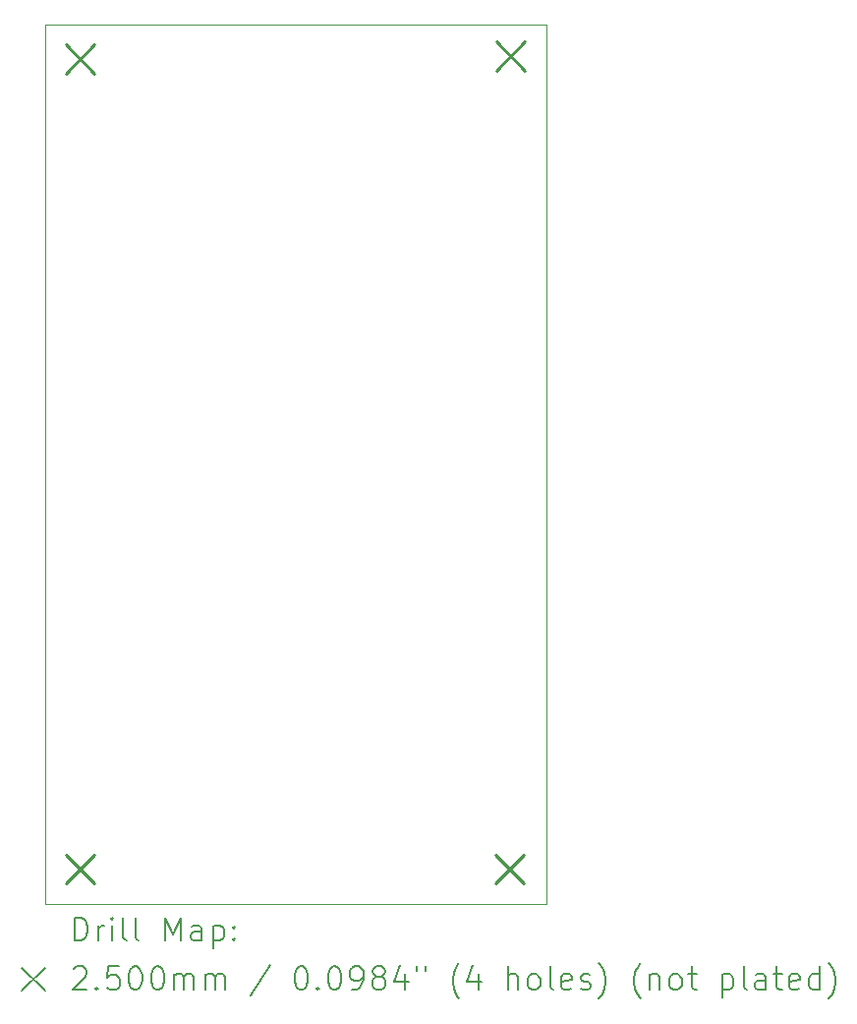
<source format=gbr>
%TF.GenerationSoftware,KiCad,Pcbnew,6.0.7-f9a2dced07~116~ubuntu20.04.1*%
%TF.CreationDate,2022-07-30T18:16:04+02:00*%
%TF.ProjectId,fatrug,66617472-7567-42e6-9b69-6361645f7063,rev?*%
%TF.SameCoordinates,Original*%
%TF.FileFunction,Drillmap*%
%TF.FilePolarity,Positive*%
%FSLAX45Y45*%
G04 Gerber Fmt 4.5, Leading zero omitted, Abs format (unit mm)*
G04 Created by KiCad (PCBNEW 6.0.7-f9a2dced07~116~ubuntu20.04.1) date 2022-07-30 18:16:04*
%MOMM*%
%LPD*%
G01*
G04 APERTURE LIST*
%ADD10C,0.100000*%
%ADD11C,0.200000*%
%ADD12C,0.250000*%
G04 APERTURE END LIST*
D10*
X5842000Y-10872500D02*
X5842000Y-3302000D01*
X10160000Y-10872500D02*
X5842000Y-10872500D01*
X10160000Y-3302000D02*
X10160000Y-10872500D01*
X5842000Y-3302000D02*
X10160000Y-3302000D01*
D11*
D12*
X6017500Y-3472500D02*
X6267500Y-3722500D01*
X6267500Y-3472500D02*
X6017500Y-3722500D01*
X6017500Y-10447500D02*
X6267500Y-10697500D01*
X6267500Y-10447500D02*
X6017500Y-10697500D01*
X9717500Y-10447500D02*
X9967500Y-10697500D01*
X9967500Y-10447500D02*
X9717500Y-10697500D01*
X9725000Y-3447500D02*
X9975000Y-3697500D01*
X9975000Y-3447500D02*
X9725000Y-3697500D01*
D11*
X6094619Y-11187976D02*
X6094619Y-10987976D01*
X6142238Y-10987976D01*
X6170809Y-10997500D01*
X6189857Y-11016548D01*
X6199381Y-11035595D01*
X6208905Y-11073690D01*
X6208905Y-11102262D01*
X6199381Y-11140357D01*
X6189857Y-11159405D01*
X6170809Y-11178452D01*
X6142238Y-11187976D01*
X6094619Y-11187976D01*
X6294619Y-11187976D02*
X6294619Y-11054643D01*
X6294619Y-11092738D02*
X6304143Y-11073690D01*
X6313667Y-11064167D01*
X6332714Y-11054643D01*
X6351762Y-11054643D01*
X6418428Y-11187976D02*
X6418428Y-11054643D01*
X6418428Y-10987976D02*
X6408905Y-10997500D01*
X6418428Y-11007024D01*
X6427952Y-10997500D01*
X6418428Y-10987976D01*
X6418428Y-11007024D01*
X6542238Y-11187976D02*
X6523190Y-11178452D01*
X6513667Y-11159405D01*
X6513667Y-10987976D01*
X6647000Y-11187976D02*
X6627952Y-11178452D01*
X6618428Y-11159405D01*
X6618428Y-10987976D01*
X6875571Y-11187976D02*
X6875571Y-10987976D01*
X6942238Y-11130833D01*
X7008905Y-10987976D01*
X7008905Y-11187976D01*
X7189857Y-11187976D02*
X7189857Y-11083214D01*
X7180333Y-11064167D01*
X7161286Y-11054643D01*
X7123190Y-11054643D01*
X7104143Y-11064167D01*
X7189857Y-11178452D02*
X7170809Y-11187976D01*
X7123190Y-11187976D01*
X7104143Y-11178452D01*
X7094619Y-11159405D01*
X7094619Y-11140357D01*
X7104143Y-11121310D01*
X7123190Y-11111786D01*
X7170809Y-11111786D01*
X7189857Y-11102262D01*
X7285095Y-11054643D02*
X7285095Y-11254643D01*
X7285095Y-11064167D02*
X7304143Y-11054643D01*
X7342238Y-11054643D01*
X7361286Y-11064167D01*
X7370809Y-11073690D01*
X7380333Y-11092738D01*
X7380333Y-11149881D01*
X7370809Y-11168929D01*
X7361286Y-11178452D01*
X7342238Y-11187976D01*
X7304143Y-11187976D01*
X7285095Y-11178452D01*
X7466048Y-11168929D02*
X7475571Y-11178452D01*
X7466048Y-11187976D01*
X7456524Y-11178452D01*
X7466048Y-11168929D01*
X7466048Y-11187976D01*
X7466048Y-11064167D02*
X7475571Y-11073690D01*
X7466048Y-11083214D01*
X7456524Y-11073690D01*
X7466048Y-11064167D01*
X7466048Y-11083214D01*
X5637000Y-11417500D02*
X5837000Y-11617500D01*
X5837000Y-11417500D02*
X5637000Y-11617500D01*
X6085095Y-11427024D02*
X6094619Y-11417500D01*
X6113667Y-11407976D01*
X6161286Y-11407976D01*
X6180333Y-11417500D01*
X6189857Y-11427024D01*
X6199381Y-11446071D01*
X6199381Y-11465119D01*
X6189857Y-11493690D01*
X6075571Y-11607976D01*
X6199381Y-11607976D01*
X6285095Y-11588928D02*
X6294619Y-11598452D01*
X6285095Y-11607976D01*
X6275571Y-11598452D01*
X6285095Y-11588928D01*
X6285095Y-11607976D01*
X6475571Y-11407976D02*
X6380333Y-11407976D01*
X6370809Y-11503214D01*
X6380333Y-11493690D01*
X6399381Y-11484167D01*
X6447000Y-11484167D01*
X6466048Y-11493690D01*
X6475571Y-11503214D01*
X6485095Y-11522262D01*
X6485095Y-11569881D01*
X6475571Y-11588928D01*
X6466048Y-11598452D01*
X6447000Y-11607976D01*
X6399381Y-11607976D01*
X6380333Y-11598452D01*
X6370809Y-11588928D01*
X6608905Y-11407976D02*
X6627952Y-11407976D01*
X6647000Y-11417500D01*
X6656524Y-11427024D01*
X6666048Y-11446071D01*
X6675571Y-11484167D01*
X6675571Y-11531786D01*
X6666048Y-11569881D01*
X6656524Y-11588928D01*
X6647000Y-11598452D01*
X6627952Y-11607976D01*
X6608905Y-11607976D01*
X6589857Y-11598452D01*
X6580333Y-11588928D01*
X6570809Y-11569881D01*
X6561286Y-11531786D01*
X6561286Y-11484167D01*
X6570809Y-11446071D01*
X6580333Y-11427024D01*
X6589857Y-11417500D01*
X6608905Y-11407976D01*
X6799381Y-11407976D02*
X6818428Y-11407976D01*
X6837476Y-11417500D01*
X6847000Y-11427024D01*
X6856524Y-11446071D01*
X6866048Y-11484167D01*
X6866048Y-11531786D01*
X6856524Y-11569881D01*
X6847000Y-11588928D01*
X6837476Y-11598452D01*
X6818428Y-11607976D01*
X6799381Y-11607976D01*
X6780333Y-11598452D01*
X6770809Y-11588928D01*
X6761286Y-11569881D01*
X6751762Y-11531786D01*
X6751762Y-11484167D01*
X6761286Y-11446071D01*
X6770809Y-11427024D01*
X6780333Y-11417500D01*
X6799381Y-11407976D01*
X6951762Y-11607976D02*
X6951762Y-11474643D01*
X6951762Y-11493690D02*
X6961286Y-11484167D01*
X6980333Y-11474643D01*
X7008905Y-11474643D01*
X7027952Y-11484167D01*
X7037476Y-11503214D01*
X7037476Y-11607976D01*
X7037476Y-11503214D02*
X7047000Y-11484167D01*
X7066048Y-11474643D01*
X7094619Y-11474643D01*
X7113667Y-11484167D01*
X7123190Y-11503214D01*
X7123190Y-11607976D01*
X7218428Y-11607976D02*
X7218428Y-11474643D01*
X7218428Y-11493690D02*
X7227952Y-11484167D01*
X7247000Y-11474643D01*
X7275571Y-11474643D01*
X7294619Y-11484167D01*
X7304143Y-11503214D01*
X7304143Y-11607976D01*
X7304143Y-11503214D02*
X7313667Y-11484167D01*
X7332714Y-11474643D01*
X7361286Y-11474643D01*
X7380333Y-11484167D01*
X7389857Y-11503214D01*
X7389857Y-11607976D01*
X7780333Y-11398452D02*
X7608905Y-11655595D01*
X8037476Y-11407976D02*
X8056524Y-11407976D01*
X8075571Y-11417500D01*
X8085095Y-11427024D01*
X8094619Y-11446071D01*
X8104143Y-11484167D01*
X8104143Y-11531786D01*
X8094619Y-11569881D01*
X8085095Y-11588928D01*
X8075571Y-11598452D01*
X8056524Y-11607976D01*
X8037476Y-11607976D01*
X8018428Y-11598452D01*
X8008905Y-11588928D01*
X7999381Y-11569881D01*
X7989857Y-11531786D01*
X7989857Y-11484167D01*
X7999381Y-11446071D01*
X8008905Y-11427024D01*
X8018428Y-11417500D01*
X8037476Y-11407976D01*
X8189857Y-11588928D02*
X8199381Y-11598452D01*
X8189857Y-11607976D01*
X8180333Y-11598452D01*
X8189857Y-11588928D01*
X8189857Y-11607976D01*
X8323190Y-11407976D02*
X8342238Y-11407976D01*
X8361286Y-11417500D01*
X8370809Y-11427024D01*
X8380333Y-11446071D01*
X8389857Y-11484167D01*
X8389857Y-11531786D01*
X8380333Y-11569881D01*
X8370809Y-11588928D01*
X8361286Y-11598452D01*
X8342238Y-11607976D01*
X8323190Y-11607976D01*
X8304143Y-11598452D01*
X8294619Y-11588928D01*
X8285095Y-11569881D01*
X8275571Y-11531786D01*
X8275571Y-11484167D01*
X8285095Y-11446071D01*
X8294619Y-11427024D01*
X8304143Y-11417500D01*
X8323190Y-11407976D01*
X8485095Y-11607976D02*
X8523190Y-11607976D01*
X8542238Y-11598452D01*
X8551762Y-11588928D01*
X8570810Y-11560357D01*
X8580333Y-11522262D01*
X8580333Y-11446071D01*
X8570810Y-11427024D01*
X8561286Y-11417500D01*
X8542238Y-11407976D01*
X8504143Y-11407976D01*
X8485095Y-11417500D01*
X8475571Y-11427024D01*
X8466048Y-11446071D01*
X8466048Y-11493690D01*
X8475571Y-11512738D01*
X8485095Y-11522262D01*
X8504143Y-11531786D01*
X8542238Y-11531786D01*
X8561286Y-11522262D01*
X8570810Y-11512738D01*
X8580333Y-11493690D01*
X8694619Y-11493690D02*
X8675571Y-11484167D01*
X8666048Y-11474643D01*
X8656524Y-11455595D01*
X8656524Y-11446071D01*
X8666048Y-11427024D01*
X8675571Y-11417500D01*
X8694619Y-11407976D01*
X8732714Y-11407976D01*
X8751762Y-11417500D01*
X8761286Y-11427024D01*
X8770810Y-11446071D01*
X8770810Y-11455595D01*
X8761286Y-11474643D01*
X8751762Y-11484167D01*
X8732714Y-11493690D01*
X8694619Y-11493690D01*
X8675571Y-11503214D01*
X8666048Y-11512738D01*
X8656524Y-11531786D01*
X8656524Y-11569881D01*
X8666048Y-11588928D01*
X8675571Y-11598452D01*
X8694619Y-11607976D01*
X8732714Y-11607976D01*
X8751762Y-11598452D01*
X8761286Y-11588928D01*
X8770810Y-11569881D01*
X8770810Y-11531786D01*
X8761286Y-11512738D01*
X8751762Y-11503214D01*
X8732714Y-11493690D01*
X8942238Y-11474643D02*
X8942238Y-11607976D01*
X8894619Y-11398452D02*
X8847000Y-11541309D01*
X8970810Y-11541309D01*
X9037476Y-11407976D02*
X9037476Y-11446071D01*
X9113667Y-11407976D02*
X9113667Y-11446071D01*
X9408905Y-11684167D02*
X9399381Y-11674643D01*
X9380333Y-11646071D01*
X9370810Y-11627024D01*
X9361286Y-11598452D01*
X9351762Y-11550833D01*
X9351762Y-11512738D01*
X9361286Y-11465119D01*
X9370810Y-11436548D01*
X9380333Y-11417500D01*
X9399381Y-11388928D01*
X9408905Y-11379405D01*
X9570810Y-11474643D02*
X9570810Y-11607976D01*
X9523190Y-11398452D02*
X9475571Y-11541309D01*
X9599381Y-11541309D01*
X9827952Y-11607976D02*
X9827952Y-11407976D01*
X9913667Y-11607976D02*
X9913667Y-11503214D01*
X9904143Y-11484167D01*
X9885095Y-11474643D01*
X9856524Y-11474643D01*
X9837476Y-11484167D01*
X9827952Y-11493690D01*
X10037476Y-11607976D02*
X10018429Y-11598452D01*
X10008905Y-11588928D01*
X9999381Y-11569881D01*
X9999381Y-11512738D01*
X10008905Y-11493690D01*
X10018429Y-11484167D01*
X10037476Y-11474643D01*
X10066048Y-11474643D01*
X10085095Y-11484167D01*
X10094619Y-11493690D01*
X10104143Y-11512738D01*
X10104143Y-11569881D01*
X10094619Y-11588928D01*
X10085095Y-11598452D01*
X10066048Y-11607976D01*
X10037476Y-11607976D01*
X10218429Y-11607976D02*
X10199381Y-11598452D01*
X10189857Y-11579405D01*
X10189857Y-11407976D01*
X10370810Y-11598452D02*
X10351762Y-11607976D01*
X10313667Y-11607976D01*
X10294619Y-11598452D01*
X10285095Y-11579405D01*
X10285095Y-11503214D01*
X10294619Y-11484167D01*
X10313667Y-11474643D01*
X10351762Y-11474643D01*
X10370810Y-11484167D01*
X10380333Y-11503214D01*
X10380333Y-11522262D01*
X10285095Y-11541309D01*
X10456524Y-11598452D02*
X10475571Y-11607976D01*
X10513667Y-11607976D01*
X10532714Y-11598452D01*
X10542238Y-11579405D01*
X10542238Y-11569881D01*
X10532714Y-11550833D01*
X10513667Y-11541309D01*
X10485095Y-11541309D01*
X10466048Y-11531786D01*
X10456524Y-11512738D01*
X10456524Y-11503214D01*
X10466048Y-11484167D01*
X10485095Y-11474643D01*
X10513667Y-11474643D01*
X10532714Y-11484167D01*
X10608905Y-11684167D02*
X10618429Y-11674643D01*
X10637476Y-11646071D01*
X10647000Y-11627024D01*
X10656524Y-11598452D01*
X10666048Y-11550833D01*
X10666048Y-11512738D01*
X10656524Y-11465119D01*
X10647000Y-11436548D01*
X10637476Y-11417500D01*
X10618429Y-11388928D01*
X10608905Y-11379405D01*
X10970810Y-11684167D02*
X10961286Y-11674643D01*
X10942238Y-11646071D01*
X10932714Y-11627024D01*
X10923190Y-11598452D01*
X10913667Y-11550833D01*
X10913667Y-11512738D01*
X10923190Y-11465119D01*
X10932714Y-11436548D01*
X10942238Y-11417500D01*
X10961286Y-11388928D01*
X10970810Y-11379405D01*
X11047000Y-11474643D02*
X11047000Y-11607976D01*
X11047000Y-11493690D02*
X11056524Y-11484167D01*
X11075571Y-11474643D01*
X11104143Y-11474643D01*
X11123190Y-11484167D01*
X11132714Y-11503214D01*
X11132714Y-11607976D01*
X11256524Y-11607976D02*
X11237476Y-11598452D01*
X11227952Y-11588928D01*
X11218428Y-11569881D01*
X11218428Y-11512738D01*
X11227952Y-11493690D01*
X11237476Y-11484167D01*
X11256524Y-11474643D01*
X11285095Y-11474643D01*
X11304143Y-11484167D01*
X11313667Y-11493690D01*
X11323190Y-11512738D01*
X11323190Y-11569881D01*
X11313667Y-11588928D01*
X11304143Y-11598452D01*
X11285095Y-11607976D01*
X11256524Y-11607976D01*
X11380333Y-11474643D02*
X11456524Y-11474643D01*
X11408905Y-11407976D02*
X11408905Y-11579405D01*
X11418428Y-11598452D01*
X11437476Y-11607976D01*
X11456524Y-11607976D01*
X11675571Y-11474643D02*
X11675571Y-11674643D01*
X11675571Y-11484167D02*
X11694619Y-11474643D01*
X11732714Y-11474643D01*
X11751762Y-11484167D01*
X11761286Y-11493690D01*
X11770809Y-11512738D01*
X11770809Y-11569881D01*
X11761286Y-11588928D01*
X11751762Y-11598452D01*
X11732714Y-11607976D01*
X11694619Y-11607976D01*
X11675571Y-11598452D01*
X11885095Y-11607976D02*
X11866048Y-11598452D01*
X11856524Y-11579405D01*
X11856524Y-11407976D01*
X12047000Y-11607976D02*
X12047000Y-11503214D01*
X12037476Y-11484167D01*
X12018428Y-11474643D01*
X11980333Y-11474643D01*
X11961286Y-11484167D01*
X12047000Y-11598452D02*
X12027952Y-11607976D01*
X11980333Y-11607976D01*
X11961286Y-11598452D01*
X11951762Y-11579405D01*
X11951762Y-11560357D01*
X11961286Y-11541309D01*
X11980333Y-11531786D01*
X12027952Y-11531786D01*
X12047000Y-11522262D01*
X12113667Y-11474643D02*
X12189857Y-11474643D01*
X12142238Y-11407976D02*
X12142238Y-11579405D01*
X12151762Y-11598452D01*
X12170809Y-11607976D01*
X12189857Y-11607976D01*
X12332714Y-11598452D02*
X12313667Y-11607976D01*
X12275571Y-11607976D01*
X12256524Y-11598452D01*
X12247000Y-11579405D01*
X12247000Y-11503214D01*
X12256524Y-11484167D01*
X12275571Y-11474643D01*
X12313667Y-11474643D01*
X12332714Y-11484167D01*
X12342238Y-11503214D01*
X12342238Y-11522262D01*
X12247000Y-11541309D01*
X12513667Y-11607976D02*
X12513667Y-11407976D01*
X12513667Y-11598452D02*
X12494619Y-11607976D01*
X12456524Y-11607976D01*
X12437476Y-11598452D01*
X12427952Y-11588928D01*
X12418428Y-11569881D01*
X12418428Y-11512738D01*
X12427952Y-11493690D01*
X12437476Y-11484167D01*
X12456524Y-11474643D01*
X12494619Y-11474643D01*
X12513667Y-11484167D01*
X12589857Y-11684167D02*
X12599381Y-11674643D01*
X12618428Y-11646071D01*
X12627952Y-11627024D01*
X12637476Y-11598452D01*
X12647000Y-11550833D01*
X12647000Y-11512738D01*
X12637476Y-11465119D01*
X12627952Y-11436548D01*
X12618428Y-11417500D01*
X12599381Y-11388928D01*
X12589857Y-11379405D01*
M02*

</source>
